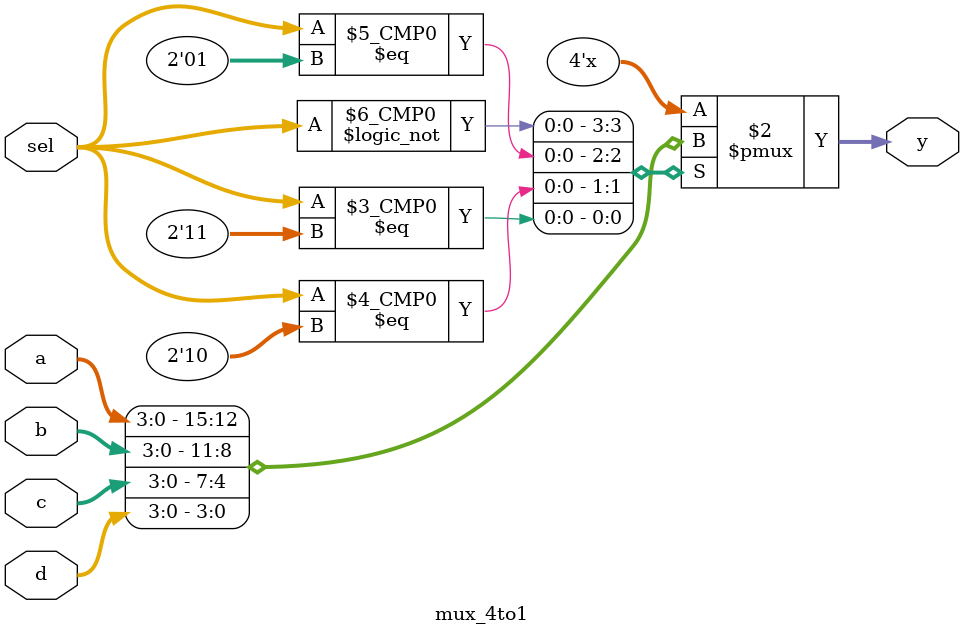
<source format=v>
module mux_4to1 (
    input [3:0] a, b, c, d,
    input [1:0] sel,
    output reg [3:0] y
);

always @(*) begin
    case (sel)
        2'b00: y = a;
        2'b01: y = b;
        2'b10: y = c;
        2'b11: y = d;
        default: y = 4'b0000;
    endcase
end

endmodule


</source>
